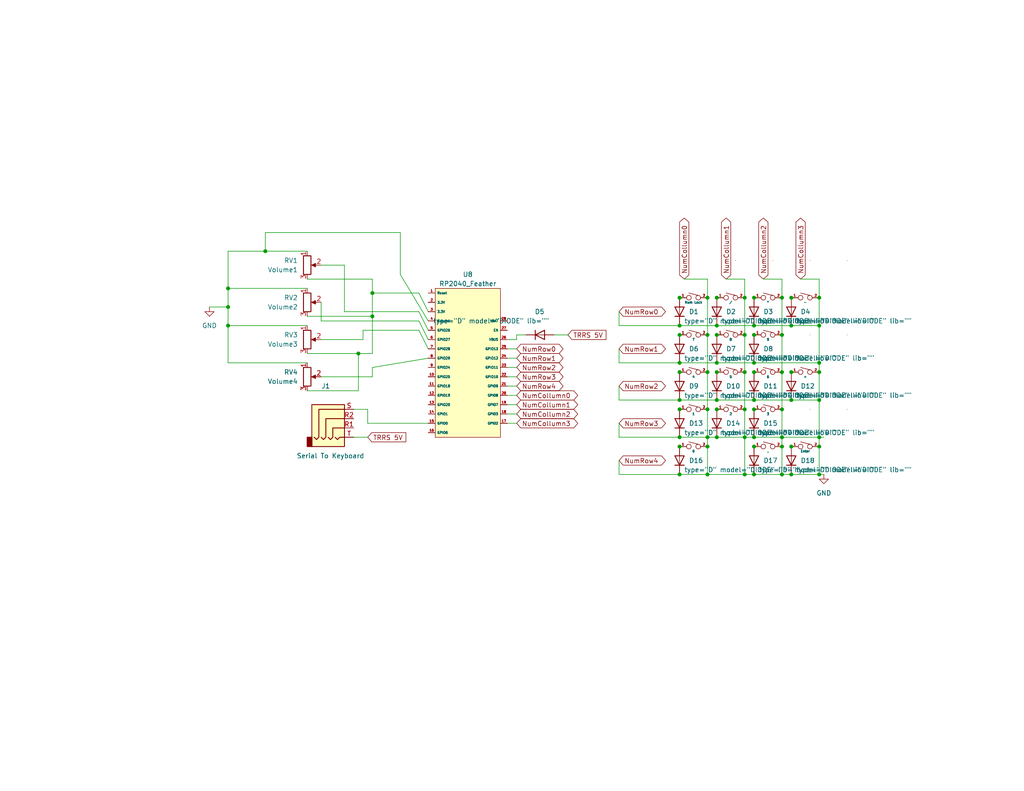
<source format=kicad_sch>
(kicad_sch (version 20211123) (generator eeschema)
  (paper "USLetter")
  (lib_symbols
    (symbol "Connector:AudioJack4"
      (property "Reference" "J" (at 0 8.89 0))
      (property "Value" "AudioJack4" (at 0 6.35 0))
      (symbol "AudioJack4_0_1"
        (rectangle (start -6.35 -5.08) (end -7.62 -7.62) (stroke (width 0.254)) (fill (type outline)))
        (polyline (pts (xy 0 -5.08) (xy 0.635 -5.715) (xy 1.27 -5.08) (xy 2.54 -5.08)) (stroke (width 0.254)))
        (polyline (pts (xy -5.715 -5.08) (xy -5.08 -5.715) (xy -4.445 -5.08) (xy -4.445 2.54) (xy 2.54 2.54)) (stroke (width 0.254)))
        (polyline (pts (xy -1.905 -5.08) (xy -1.27 -5.715) (xy -0.635 -5.08) (xy -0.635 -2.54) (xy 2.54 -2.54)) (stroke (width 0.254)))
        (polyline (pts (xy 2.54 0) (xy -2.54 0) (xy -2.54 -5.08) (xy -3.175 -5.715) (xy -3.81 -5.08)) (stroke (width 0.254)))
        (rectangle (start 2.54 3.81) (end -6.35 -7.62) (stroke (width 0.254)) (fill (type background)))
      )
      (symbol "AudioJack4_1_1"
        (pin passive line (at 5.08 -2.54 180) (length 2.54) (name "~") (number "R1"))
        (pin passive line (at 5.08 0 180) (length 2.54) (name "~") (number "R2"))
        (pin passive line (at 5.08 2.54 180) (length 2.54) (name "~") (number "S"))
        (pin passive line (at 5.08 -5.08 180) (length 2.54) (name "~") (number "T"))
      )
    )
    (symbol "Device:R_Potentiometer" (pin_names (offset 1.016) hide)
      (property "Reference" "RV" (at -4.445 0 90))
      (property "Value" "R_Potentiometer" (at -2.54 0 90))
      (symbol "R_Potentiometer_0_1"
        (polyline (pts (xy 2.54 0) (xy 1.524 0)))
        (polyline (pts (xy 1.143 0) (xy 2.286 0.508) (xy 2.286 -0.508) (xy 1.143 0)) (fill (type outline)))
        (rectangle (start 1.016 2.54) (end -1.016 -2.54) (stroke (width 0.254)))
      )
      (symbol "R_Potentiometer_1_1"
        (pin passive line (at 0 3.81 270) (length 1.27) (name "1") (number "1"))
        (pin passive line (at 3.81 0 180) (length 1.27) (name "2") (number "2"))
        (pin passive line (at 0 -3.81 90) (length 1.27) (name "3") (number "3"))
      )
    )
    (symbol "Simulation_SPICE:DIODE" (pin_numbers hide) (pin_names (offset 1.016) hide)
      (property "Reference" "D" (at 0 2.54 0))
      (property "Value" "DIODE" (at 0 -2.54 0))
      (symbol "DIODE_0_1"
        (polyline (pts (xy 1.27 0) (xy -1.27 0)))
        (polyline (pts (xy 1.27 1.27) (xy 1.27 -1.27)) (stroke (width 0.254)))
        (polyline (pts (xy -1.27 -1.27) (xy -1.27 1.27) (xy 1.27 0) (xy -1.27 -1.27)) (stroke (width 0.254)))
      )
      (symbol "DIODE_1_1"
        (pin passive line (at -3.81 0 0) (length 2.54) (name "A") (number "1"))
        (pin passive line (at 3.81 0 180) (length 2.54) (name "K") (number "2"))
      )
    )
    (symbol "Super95Symbols:Kailh_Choc_V2"
      (property "Value" "Kailh_Choc_V2" (at 0 -1.27 0))
      (symbol "Kailh_Choc_V2_0_1"
        (circle (center -1.27 0) (radius 0.635))
        (polyline (pts (xy 1.27 0.635) (xy -1.27 1.27)))
        (circle (center 1.27 0) (radius 0.635))
        (rectangle (start 11.43 10.16) (end 11.43 10.16))
      )
      (symbol "Kailh_Choc_V2_1_1"
        (pin bidirectional line (at -3.81 0 0) (length 1.9) (name "") (number "1"))
        (pin bidirectional line (at 3.81 0 180) (length 1.9) (name "") (number "2"))
      )
    )
    (symbol "Super95Symbols:RP2040_Feather"
      (property "Reference" "U" (at 0 24.765 0))
      (property "Value" "RP2040_Feather" (at 0 22.86 0))
      (symbol "RP2040_Feather_0_1"
        (rectangle (start -9.525 21.59) (end 8.255 -19.05) (fill (type background)))
      )
      (symbol "RP2040_Feather_1_1"
        (pin bidirectional line (at -11.43 20.32 0) (length 1.9) (name "Reset") (number "1"))
        (pin bidirectional line (at -11.43 -2.54 0) (length 1.9) (name "GPIO25") (number "10"))
        (pin bidirectional line (at -11.43 -5.08 0) (length 1.9) (name "GPIO18") (number "11"))
        (pin bidirectional line (at -11.43 -7.62 0) (length 1.9) (name "GPIO19") (number "12"))
        (pin bidirectional line (at -11.43 -10.16 0) (length 1.9) (name "GPIO20") (number "13"))
        (pin bidirectional line (at -11.43 -12.7 0) (length 1.9) (name "GPIO1") (number "14"))
        (pin bidirectional line (at -11.43 -15.24 0) (length 1.9) (name "GPIO0") (number "15"))
        (pin bidirectional line (at -11.43 -17.78 0) (length 1.9) (name "GPIO6") (number "16"))
        (pin bidirectional line (at 10.16 -15.24 180) (length 1.9) (name "GPIO2") (number "17"))
        (pin bidirectional line (at 10.16 -12.7 180) (length 1.9) (name "GPIO3") (number "18"))
        (pin bidirectional line (at 10.16 -10.16 180) (length 1.9) (name "GPIO7") (number "19"))
        (pin power_out line (at -11.43 17.78 0) (length 1.9) (name "3.3V") (number "2"))
        (pin bidirectional line (at 10.16 -7.62 180) (length 1.9) (name "GPIO8") (number "20"))
        (pin bidirectional line (at 10.16 -5.08 180) (length 1.9) (name "GPIO9") (number "21"))
        (pin bidirectional line (at 10.16 -2.54 180) (length 1.9) (name "GPIO10") (number "22"))
        (pin bidirectional line (at 10.16 0 180) (length 1.9) (name "GPIO11") (number "23"))
        (pin bidirectional line (at 10.16 2.54 180) (length 1.9) (name "GPIO12") (number "24"))
        (pin bidirectional line (at 10.16 5.08 180) (length 1.9) (name "GPIO13") (number "25"))
        (pin bidirectional line (at 10.16 7.62 180) (length 1.9) (name "VBUS") (number "26"))
        (pin bidirectional line (at 10.16 10.16 180) (length 1.9) (name "EN") (number "27"))
        (pin bidirectional line (at 10.16 12.7 180) (length 1.9) (name "VBAT") (number "28"))
        (pin power_out line (at -11.43 15.24 0) (length 1.9) (name "3.3V") (number "3"))
        (pin output line (at -11.43 12.7 0) (length 1.9) (name "Ground") (number "4"))
        (pin bidirectional line (at -11.43 10.16 0) (length 1.9) (name "GPIO26") (number "5"))
        (pin bidirectional line (at -11.43 7.62 0) (length 1.9) (name "GPIO27") (number "6"))
        (pin bidirectional line (at -11.43 5.08 0) (length 1.9) (name "GPIO28") (number "7"))
        (pin bidirectional line (at -11.43 2.54 0) (length 1.9) (name "GPIO29") (number "8"))
        (pin bidirectional line (at -11.43 0 0) (length 1.9) (name "GPIO24") (number "9"))
      )
    )
    (symbol "power:GND" (power) (pin_names (offset 0))
      (property "Value" "GND" (at 0 -3.81 0))
      (symbol "GND_0_1"
        (polyline (pts (xy 0 0) (xy 0 -1.27) (xy 1.27 -1.27) (xy 0 -2.54) (xy -1.27 -1.27) (xy 0 -1.27)))
      )
      (symbol "GND_1_1"
        (pin power_in line (at 0 0 270) (length 0) hide (name "GND") (number "1"))
      )
    )
  )
  (junction (at 97.79 96.52))
  (junction (at 62.23 88.9))
  (junction (at 195.58 101.6))
  (junction (at 205.74 81.28))
  (junction (at 205.74 119.38))
  (junction (at 213.36 121.92))
  (junction (at 193.04 81.28))
  (junction (at 223.52 129.54))
  (junction (at 223.52 99.06))
  (junction (at 185.42 99.06))
  (junction (at 101.6 80.01))
  (junction (at 185.42 109.22))
  (junction (at 195.58 81.28))
  (junction (at 205.74 91.44))
  (junction (at 213.36 129.54))
  (junction (at 193.04 119.38))
  (junction (at 215.9 121.92))
  (junction (at 193.04 101.6))
  (junction (at 203.2 129.54))
  (junction (at 195.58 91.44))
  (junction (at 62.23 78.74))
  (junction (at 203.2 111.76))
  (junction (at 223.52 81.28))
  (junction (at 213.36 81.28))
  (junction (at 203.2 91.44))
  (junction (at 205.74 109.22))
  (junction (at 213.36 111.76))
  (junction (at 203.2 101.6))
  (junction (at 215.9 109.22))
  (junction (at 205.74 121.92))
  (junction (at 195.58 111.76))
  (junction (at 185.42 119.38))
  (junction (at 195.58 119.38))
  (junction (at 195.58 88.9))
  (junction (at 205.74 111.76))
  (junction (at 223.52 101.6))
  (junction (at 195.58 109.22))
  (junction (at 185.42 88.9))
  (junction (at 193.04 121.92))
  (junction (at 213.36 91.44))
  (junction (at 205.74 101.6))
  (junction (at 185.42 81.28))
  (junction (at 205.74 129.54))
  (junction (at 205.74 88.9))
  (junction (at 101.6 86.36))
  (junction (at 215.9 81.28))
  (junction (at 195.58 99.06))
  (junction (at 72.39 68.58))
  (junction (at 215.9 101.6))
  (junction (at 62.23 83.82))
  (junction (at 215.9 129.54))
  (junction (at 203.2 81.28))
  (junction (at 205.74 99.06))
  (junction (at 193.04 129.54))
  (junction (at 223.52 121.92))
  (junction (at 223.52 109.22))
  (junction (at 185.42 121.92))
  (junction (at 213.36 119.38))
  (junction (at 185.42 91.44))
  (junction (at 185.42 101.6))
  (junction (at 223.52 88.9))
  (junction (at 193.04 111.76))
  (junction (at 215.9 88.9))
  (junction (at 185.42 129.54))
  (junction (at 213.36 101.6))
  (junction (at 223.52 119.38))
  (junction (at 203.2 119.38))
  (junction (at 185.42 111.76))
  (junction (at 193.04 91.44))
  (wire (pts (xy 114.3 85.09) (xy 116.84 90.17)))
  (wire (pts (xy 83.82 96.52) (xy 97.79 96.52)))
  (wire (pts (xy 205.74 101.6) (xy 207.01 101.6)))
  (wire (pts (xy 114.3 87.63) (xy 116.84 92.71)))
  (wire (pts (xy 62.23 68.58) (xy 62.23 78.74)))
  (wire (pts (xy 140.97 91.44) (xy 140.97 92.71)))
  (wire (pts (xy 116.84 115.57) (xy 100.33 115.57)))
  (wire (pts (xy 93.98 85.09) (xy 93.98 72.39)))
  (wire (pts (xy 185.42 88.9) (xy 195.58 88.9)))
  (wire (pts (xy 168.91 99.06) (xy 185.42 99.06)))
  (wire (pts (xy 100.33 111.76) (xy 96.52 111.76)))
  (wire (pts (xy 193.04 111.76) (xy 193.04 119.38)))
  (wire (pts (xy 223.52 81.28) (xy 223.52 88.9)))
  (wire (pts (xy 195.58 101.6) (xy 196.85 101.6)))
  (wire (pts (xy 62.23 88.9) (xy 62.23 99.06)))
  (wire (pts (xy 203.2 91.44) (xy 203.2 101.6)))
  (wire (pts (xy 223.52 76.2) (xy 223.52 81.28)))
  (wire (pts (xy 218.44 76.2) (xy 223.52 76.2)))
  (wire (pts (xy 62.23 99.06) (xy 83.82 99.06)))
  (wire (pts (xy 114.3 90.17) (xy 116.84 95.25)))
  (wire (pts (xy 205.74 119.38) (xy 213.36 119.38)))
  (wire (pts (xy 195.58 91.44) (xy 196.85 91.44)))
  (wire (pts (xy 193.04 76.2) (xy 193.04 81.28)))
  (wire (pts (xy 87.63 87.63) (xy 114.3 87.63)))
  (wire (pts (xy 205.74 111.76) (xy 207.01 111.76)))
  (wire (pts (xy 168.91 88.9) (xy 168.91 85.09)))
  (wire (pts (xy 205.74 88.9) (xy 215.9 88.9)))
  (wire (pts (xy 168.91 88.9) (xy 185.42 88.9)))
  (wire (pts (xy 168.91 99.06) (xy 168.91 95.25)))
  (wire (pts (xy 213.36 101.6) (xy 213.36 111.76)))
  (wire (pts (xy 62.23 88.9) (xy 83.82 88.9)))
  (wire (pts (xy 205.74 81.28) (xy 207.01 81.28)))
  (wire (pts (xy 185.42 101.6) (xy 186.69 101.6)))
  (wire (pts (xy 213.36 119.38) (xy 213.36 121.92)))
  (wire (pts (xy 87.63 87.63) (xy 87.63 82.55)))
  (wire (pts (xy 138.43 110.49) (xy 140.97 110.49)))
  (wire (pts (xy 195.58 99.06) (xy 205.74 99.06)))
  (wire (pts (xy 101.6 80.01) (xy 101.6 86.36)))
  (wire (pts (xy 215.9 129.54) (xy 223.52 129.54)))
  (wire (pts (xy 101.6 80.01) (xy 114.3 80.01)))
  (wire (pts (xy 114.3 85.09) (xy 93.98 85.09)))
  (wire (pts (xy 185.42 91.44) (xy 186.69 91.44)))
  (wire (pts (xy 203.2 81.28) (xy 203.2 91.44)))
  (wire (pts (xy 109.22 74.93) (xy 116.84 87.63)))
  (wire (pts (xy 83.82 76.2) (xy 101.6 76.2)))
  (wire (pts (xy 198.12 76.2) (xy 203.2 76.2)))
  (wire (pts (xy 168.91 119.38) (xy 185.42 119.38)))
  (wire (pts (xy 205.74 129.54) (xy 213.36 129.54)))
  (wire (pts (xy 62.23 83.82) (xy 62.23 88.9)))
  (wire (pts (xy 87.63 92.71) (xy 99.06 92.71)))
  (wire (pts (xy 223.52 88.9) (xy 223.52 99.06)))
  (wire (pts (xy 186.69 76.2) (xy 193.04 76.2)))
  (wire (pts (xy 138.43 105.41) (xy 140.97 105.41)))
  (wire (pts (xy 138.43 115.57) (xy 140.97 115.57)))
  (wire (pts (xy 215.9 101.6) (xy 217.17 101.6)))
  (wire (pts (xy 62.23 83.82) (xy 57.15 83.82)))
  (wire (pts (xy 97.79 96.52) (xy 97.79 106.68)))
  (wire (pts (xy 215.9 81.28) (xy 217.17 81.28)))
  (wire (pts (xy 168.91 119.38) (xy 168.91 115.57)))
  (wire (pts (xy 168.91 129.54) (xy 168.91 125.73)))
  (wire (pts (xy 223.52 129.54) (xy 224.79 129.54)))
  (wire (pts (xy 203.2 129.54) (xy 205.74 129.54)))
  (wire (pts (xy 203.2 111.76) (xy 203.2 119.38)))
  (wire (pts (xy 62.23 78.74) (xy 83.82 78.74)))
  (wire (pts (xy 83.82 68.58) (xy 72.39 68.58)))
  (wire (pts (xy 185.42 129.54) (xy 193.04 129.54)))
  (wire (pts (xy 193.04 121.92) (xy 193.04 129.54)))
  (wire (pts (xy 185.42 99.06) (xy 195.58 99.06)))
  (wire (pts (xy 193.04 119.38) (xy 193.04 121.92)))
  (wire (pts (xy 193.04 119.38) (xy 195.58 119.38)))
  (wire (pts (xy 109.22 63.5) (xy 109.22 74.93)))
  (wire (pts (xy 203.2 101.6) (xy 203.2 111.76)))
  (wire (pts (xy 205.74 91.44) (xy 207.01 91.44)))
  (wire (pts (xy 138.43 95.25) (xy 140.97 95.25)))
  (wire (pts (xy 97.79 96.52) (xy 101.6 96.52)))
  (wire (pts (xy 223.52 121.92) (xy 223.52 129.54)))
  (wire (pts (xy 168.91 109.22) (xy 168.91 105.41)))
  (wire (pts (xy 109.22 63.5) (xy 72.39 63.5)))
  (wire (pts (xy 203.2 76.2) (xy 203.2 81.28)))
  (wire (pts (xy 96.52 119.38) (xy 100.33 119.38)))
  (wire (pts (xy 116.84 97.79) (xy 101.6 100.33)))
  (wire (pts (xy 114.3 80.01) (xy 116.84 85.09)))
  (wire (pts (xy 195.58 88.9) (xy 205.74 88.9)))
  (wire (pts (xy 100.33 115.57) (xy 100.33 111.76)))
  (wire (pts (xy 215.9 109.22) (xy 223.52 109.22)))
  (wire (pts (xy 101.6 86.36) (xy 101.6 96.52)))
  (wire (pts (xy 223.52 101.6) (xy 223.52 109.22)))
  (wire (pts (xy 93.98 72.39) (xy 87.63 72.39)))
  (wire (pts (xy 143.51 91.44) (xy 140.97 91.44)))
  (wire (pts (xy 205.74 99.06) (xy 223.52 99.06)))
  (wire (pts (xy 195.58 119.38) (xy 203.2 119.38)))
  (wire (pts (xy 213.36 121.92) (xy 213.36 129.54)))
  (wire (pts (xy 83.82 86.36) (xy 101.6 86.36)))
  (wire (pts (xy 215.9 121.92) (xy 217.17 121.92)))
  (wire (pts (xy 193.04 101.6) (xy 193.04 111.76)))
  (wire (pts (xy 223.52 119.38) (xy 224.79 119.38)))
  (wire (pts (xy 185.42 111.76) (xy 186.69 111.76)))
  (wire (pts (xy 185.42 109.22) (xy 195.58 109.22)))
  (wire (pts (xy 195.58 111.76) (xy 196.85 111.76)))
  (wire (pts (xy 168.91 109.22) (xy 185.42 109.22)))
  (wire (pts (xy 138.43 107.95) (xy 140.97 107.95)))
  (wire (pts (xy 138.43 113.03) (xy 140.97 113.03)))
  (wire (pts (xy 193.04 81.28) (xy 193.04 91.44)))
  (wire (pts (xy 223.52 109.22) (xy 223.52 119.38)))
  (wire (pts (xy 185.42 81.28) (xy 186.69 81.28)))
  (wire (pts (xy 138.43 100.33) (xy 140.97 100.33)))
  (wire (pts (xy 213.36 129.54) (xy 215.9 129.54)))
  (wire (pts (xy 101.6 76.2) (xy 101.6 80.01)))
  (wire (pts (xy 151.13 91.44) (xy 154.94 91.44)))
  (wire (pts (xy 114.3 90.17) (xy 99.06 90.17)))
  (wire (pts (xy 101.6 100.33) (xy 101.6 102.87)))
  (wire (pts (xy 205.74 121.92) (xy 207.01 121.92)))
  (wire (pts (xy 223.52 119.38) (xy 223.52 121.92)))
  (wire (pts (xy 185.42 119.38) (xy 193.04 119.38)))
  (wire (pts (xy 185.42 121.92) (xy 186.69 121.92)))
  (wire (pts (xy 215.9 88.9) (xy 223.52 88.9)))
  (wire (pts (xy 213.36 119.38) (xy 223.52 119.38)))
  (wire (pts (xy 195.58 81.28) (xy 196.85 81.28)))
  (wire (pts (xy 101.6 102.87) (xy 87.63 102.87)))
  (wire (pts (xy 62.23 78.74) (xy 62.23 83.82)))
  (wire (pts (xy 195.58 109.22) (xy 205.74 109.22)))
  (wire (pts (xy 138.43 102.87) (xy 140.97 102.87)))
  (wire (pts (xy 72.39 63.5) (xy 72.39 68.58)))
  (wire (pts (xy 138.43 97.79) (xy 140.97 97.79)))
  (wire (pts (xy 168.91 129.54) (xy 185.42 129.54)))
  (wire (pts (xy 138.43 92.71) (xy 140.97 92.71)))
  (wire (pts (xy 203.2 119.38) (xy 205.74 119.38)))
  (wire (pts (xy 213.36 76.2) (xy 213.36 81.28)))
  (wire (pts (xy 205.74 109.22) (xy 215.9 109.22)))
  (wire (pts (xy 213.36 91.44) (xy 213.36 101.6)))
  (wire (pts (xy 72.39 68.58) (xy 62.23 68.58)))
  (wire (pts (xy 99.06 90.17) (xy 99.06 92.71)))
  (wire (pts (xy 223.52 99.06) (xy 223.52 101.6)))
  (wire (pts (xy 193.04 91.44) (xy 193.04 101.6)))
  (wire (pts (xy 213.36 111.76) (xy 213.36 119.38)))
  (wire (pts (xy 208.28 76.2) (xy 213.36 76.2)))
  (wire (pts (xy 83.82 106.68) (xy 97.79 106.68)))
  (wire (pts (xy 193.04 129.54) (xy 203.2 129.54)))
  (wire (pts (xy 203.2 119.38) (xy 203.2 129.54)))
  (wire (pts (xy 213.36 81.28) (xy 213.36 91.44)))
  (global_label "NumRow2" (shape bidirectional) (at 168.91 105.41 0) (property "Intersheet References" "${INTERSHEET_REFS}" (effects hide)))
  (global_label "NumRow3" (shape bidirectional) (at 140.97 102.87 0) (property "Intersheet References" "${INTERSHEET_REFS}" (effects hide)))
  (global_label "NumRow0" (shape bidirectional) (at 140.97 95.25 0) (property "Intersheet References" "${INTERSHEET_REFS}" (effects hide)))
  (global_label "NumCollumn0" (shape bidirectional) (at 186.69 76.2 90) (property "Intersheet References" "${INTERSHEET_REFS}" (effects hide)))
  (global_label "NumCollumn1" (shape bidirectional) (at 198.12 76.2 90) (property "Intersheet References" "${INTERSHEET_REFS}" (effects hide)))
  (global_label "TRRS 5V" (shape input) (at 154.94 91.44 0) (property "Intersheet References" "${INTERSHEET_REFS}" (effects hide)))
  (global_label "TRRS 5V" (shape input) (at 100.33 119.38 0) (property "Intersheet References" "${INTERSHEET_REFS}" (effects hide)))
  (global_label "NumCollumn3" (shape bidirectional) (at 218.44 76.2 90) (property "Intersheet References" "${INTERSHEET_REFS}" (effects hide)))
  (global_label "NumCollumn2" (shape bidirectional) (at 140.97 113.03 0) (property "Intersheet References" "${INTERSHEET_REFS}" (effects hide)))
  (global_label "NumRow4" (shape bidirectional) (at 168.91 125.73 0) (property "Intersheet References" "${INTERSHEET_REFS}" (effects hide)))
  (global_label "NumRow0" (shape bidirectional) (at 168.91 85.09 0) (property "Intersheet References" "${INTERSHEET_REFS}" (effects hide)))
  (global_label "NumRow3" (shape bidirectional) (at 168.91 115.57 0) (property "Intersheet References" "${INTERSHEET_REFS}" (effects hide)))
  (global_label "NumCollumn2" (shape bidirectional) (at 208.28 76.2 90) (property "Intersheet References" "${INTERSHEET_REFS}" (effects hide)))
  (global_label "NumRow4" (shape bidirectional) (at 140.97 105.41 0) (property "Intersheet References" "${INTERSHEET_REFS}" (effects hide)))
  (global_label "NumCollumn1" (shape bidirectional) (at 140.97 110.49 0) (property "Intersheet References" "${INTERSHEET_REFS}" (effects hide)))
  (global_label "NumCollumn3" (shape bidirectional) (at 140.97 115.57 0) (property "Intersheet References" "${INTERSHEET_REFS}" (effects hide)))
  (global_label "NumRow1" (shape bidirectional) (at 140.97 97.79 0) (property "Intersheet References" "${INTERSHEET_REFS}" (effects hide)))
  (global_label "NumRow1" (shape bidirectional) (at 168.91 95.25 0) (property "Intersheet References" "${INTERSHEET_REFS}" (effects hide)))
  (global_label "NumRow2" (shape bidirectional) (at 140.97 100.33 0) (property "Intersheet References" "${INTERSHEET_REFS}" (effects hide)))
  (global_label "NumCollumn0" (shape bidirectional) (at 140.97 107.95 0) (property "Intersheet References" "${INTERSHEET_REFS}" (effects hide)))
  (symbol (lib_id "Simulation_SPICE:DIODE") (at 205.74 85.09 270) (unit 1)
    (property "Reference" "D3" (at 208.28 85.09 90) (effects (justify left)))
    (property "Value" "DIODE" (at 207.01 87.63 90) (effects (justify left)))
    (property "Footprint" "Diode_SMD:D_0805_2012Metric_Pad1.15x1.40mm_HandSolder" (effects hide))
    (property "Spice_Netlist_Enabled" "Y" (effects hide))
    (property "Spice_Primitive" "D" (effects hide))
  )
  (symbol (lib_id "Super95Symbols:Kailh_Choc_V2") (at 199.39 91.44 0) (unit 1)
    (property "Reference" "U6" (effects hide))
    (property "Value" "8" (at 199.39 92.71 0) (effects (font (size 0.635 0.635))))
    (property "Footprint" "Button_Switch_Keyboard:SW_Cherry_MX_1.00u_PCB" (effects hide))
    (property "Datasheet" "https://www.kailhswitch.com/Content/upload/pdf/202015927/PG135301D03.pdf?rnd=797" (effects hide))
  )
  (symbol (lib_id "Super95Symbols:Kailh_Choc_V2") (at 209.55 91.44 0) (unit 1)
    (property "Reference" "U7" (effects hide))
    (property "Value" "9" (at 209.55 92.71 0) (effects (font (size 0.635 0.635))))
    (property "Footprint" "Button_Switch_Keyboard:SW_Cherry_MX_1.00u_PCB" (effects hide))
    (property "Datasheet" "https://www.kailhswitch.com/Content/upload/pdf/202015927/PG135301D03.pdf?rnd=797" (effects hide))
  )
  (symbol (lib_id "Simulation_SPICE:DIODE") (at 215.9 105.41 270) (unit 1)
    (property "Reference" "D12" (at 218.44 105.41 90) (effects (justify left)))
    (property "Value" "DIODE" (at 217.17 107.95 90) (effects (justify left)))
    (property "Footprint" "Diode_SMD:D_0805_2012Metric_Pad1.15x1.40mm_HandSolder" (effects hide))
    (property "Spice_Netlist_Enabled" "Y" (effects hide))
    (property "Spice_Primitive" "D" (effects hide))
  )
  (symbol (lib_id "Super95Symbols:Kailh_Choc_V2") (at 219.71 81.28 0) (unit 1)
    (property "Reference" "U4" (effects hide))
    (property "Value" "-" (at 219.71 82.55 0) (effects (font (size 0.635 0.635))))
    (property "Footprint" "Button_Switch_Keyboard:SW_Cherry_MX_1.00u_PCB" (effects hide))
    (property "Datasheet" "https://www.kailhswitch.com/Content/upload/pdf/202015927/PG135301D03.pdf?rnd=797" (effects hide))
  )
  (symbol (lib_id "Super95Symbols:Kailh_Choc_V2") (at 219.71 121.92 0) (unit 1)
    (property "Reference" "U18" (effects hide))
    (property "Value" "Enter" (at 219.71 123.19 0) (effects (font (size 0.635 0.635))))
    (property "Footprint" "Button_Switch_Keyboard:SW_Cherry_MX_1.00u_PCB" (effects hide))
    (property "Datasheet" "https://www.kailhswitch.com/Content/upload/pdf/202015927/PG135301D03.pdf?rnd=797" (effects hide))
  )
  (symbol (lib_id "Simulation_SPICE:DIODE") (at 185.42 115.57 270) (unit 1)
    (property "Reference" "D13" (at 187.96 115.57 90) (effects (justify left)))
    (property "Value" "DIODE" (at 186.69 118.11 90) (effects (justify left)))
    (property "Footprint" "Diode_SMD:D_0805_2012Metric_Pad1.15x1.40mm_HandSolder" (effects hide))
    (property "Spice_Netlist_Enabled" "Y" (effects hide))
    (property "Spice_Primitive" "D" (effects hide))
  )
  (symbol (lib_id "Simulation_SPICE:DIODE") (at 185.42 105.41 270) (unit 1)
    (property "Reference" "D9" (at 187.96 105.41 90) (effects (justify left)))
    (property "Value" "DIODE" (at 186.69 107.95 90) (effects (justify left)))
    (property "Footprint" "Diode_SMD:D_0805_2012Metric_Pad1.15x1.40mm_HandSolder" (effects hide))
    (property "Spice_Netlist_Enabled" "Y" (effects hide))
    (property "Spice_Primitive" "D" (effects hide))
  )
  (symbol (lib_id "Simulation_SPICE:DIODE") (at 205.74 125.73 270) (unit 1)
    (property "Reference" "D17" (at 208.28 125.73 90) (effects (justify left)))
    (property "Value" "DIODE" (at 207.01 128.27 90) (effects (justify left)))
    (property "Footprint" "Diode_SMD:D_0805_2012Metric_Pad1.15x1.40mm_HandSolder" (effects hide))
    (property "Spice_Netlist_Enabled" "Y" (effects hide))
    (property "Spice_Primitive" "D" (effects hide))
  )
  (symbol (lib_id "Super95Symbols:RP2040_Feather") (at 128.27 100.33 0) (unit 1)
    (property "Reference" "U8" (at 127.635 74.93 0))
    (property "Value" "RP2040_Feather" (at 127.635 77.47 0))
    (property "Footprint" "Module:Adafruit_Feather" (effects hide))
  )
  (symbol (lib_id "power:GND") (at 224.79 129.54 0) (unit 1)
    (property "Reference" "#PWR02" (effects hide))
    (property "Value" "GND" (at 224.79 134.62 0))
  )
  (symbol (lib_id "power:GND") (at 57.15 83.82 0) (unit 1)
    (property "Reference" "#PWR01" (effects hide))
    (property "Value" "GND" (at 57.15 88.9 0))
  )
  (symbol (lib_id "Super95Symbols:Kailh_Choc_V2") (at 219.71 101.6 0) (unit 1)
    (property "Reference" "U12" (effects hide))
    (property "Value" "+" (at 219.71 102.87 0) (effects (font (size 0.635 0.635))))
    (property "Footprint" "Button_Switch_Keyboard:SW_Cherry_MX_1.00u_PCB" (effects hide))
    (property "Datasheet" "https://www.kailhswitch.com/Content/upload/pdf/202015927/PG135301D03.pdf?rnd=797" (effects hide))
  )
  (symbol (lib_id "Device:R_Potentiometer") (at 83.82 72.39 0) (unit 1)
    (property "Reference" "RV1" (at 81.28 71.1199 0) (effects (justify right)))
    (property "Value" "Volume1" (at 81.28 73.6599 0) (effects (justify right)))
    (property "Footprint" "Potentiometers:Potentiometer_TT_P0915N" (effects hide))
  )
  (symbol (lib_id "Simulation_SPICE:DIODE") (at 185.42 125.73 270) (unit 1)
    (property "Reference" "D16" (at 187.96 125.73 90) (effects (justify left)))
    (property "Value" "DIODE" (at 186.69 128.27 90) (effects (justify left)))
    (property "Footprint" "Diode_SMD:D_0805_2012Metric_Pad1.15x1.40mm_HandSolder" (effects hide))
    (property "Spice_Netlist_Enabled" "Y" (effects hide))
    (property "Spice_Primitive" "D" (effects hide))
  )
  (symbol (lib_id "Super95Symbols:Kailh_Choc_V2") (at 209.55 121.92 0) (unit 1)
    (property "Reference" "U17" (effects hide))
    (property "Value" "." (at 209.55 123.19 0) (effects (font (size 0.635 0.635))))
    (property "Footprint" "Button_Switch_Keyboard:SW_Cherry_MX_1.00u_PCB" (effects hide))
    (property "Datasheet" "https://www.kailhswitch.com/Content/upload/pdf/202015927/PG135301D03.pdf?rnd=797" (effects hide))
  )
  (symbol (lib_id "Simulation_SPICE:DIODE") (at 195.58 115.57 270) (unit 1)
    (property "Reference" "D14" (at 198.12 115.57 90) (effects (justify left)))
    (property "Value" "DIODE" (at 196.85 118.11 90) (effects (justify left)))
    (property "Footprint" "Diode_SMD:D_0805_2012Metric_Pad1.15x1.40mm_HandSolder" (effects hide))
    (property "Spice_Netlist_Enabled" "Y" (effects hide))
    (property "Spice_Primitive" "D" (effects hide))
  )
  (symbol (lib_id "Super95Symbols:Kailh_Choc_V2") (at 199.39 81.28 0) (unit 1)
    (property "Reference" "U2" (effects hide))
    (property "Value" "/" (at 199.39 82.55 0) (effects (font (size 0.635 0.635))))
    (property "Footprint" "Button_Switch_Keyboard:SW_Cherry_MX_1.00u_PCB" (effects hide))
    (property "Datasheet" "https://www.kailhswitch.com/Content/upload/pdf/202015927/PG135301D03.pdf?rnd=797" (effects hide))
  )
  (symbol (lib_id "Simulation_SPICE:DIODE") (at 205.74 95.25 270) (unit 1)
    (property "Reference" "D8" (at 208.28 95.25 90) (effects (justify left)))
    (property "Value" "DIODE" (at 207.01 97.79 90) (effects (justify left)))
    (property "Footprint" "Diode_SMD:D_0805_2012Metric_Pad1.15x1.40mm_HandSolder" (effects hide))
    (property "Spice_Netlist_Enabled" "Y" (effects hide))
    (property "Spice_Primitive" "D" (effects hide))
  )
  (symbol (lib_id "Super95Symbols:Kailh_Choc_V2") (at 209.55 111.76 0) (unit 1)
    (property "Reference" "U15" (effects hide))
    (property "Value" "3" (at 209.55 113.03 0) (effects (font (size 0.635 0.635))))
    (property "Footprint" "Button_Switch_Keyboard:SW_Cherry_MX_1.00u_PCB" (effects hide))
    (property "Datasheet" "https://www.kailhswitch.com/Content/upload/pdf/202015927/PG135301D03.pdf?rnd=797" (effects hide))
  )
  (symbol (lib_id "Super95Symbols:Kailh_Choc_V2") (at 209.55 81.28 0) (unit 1)
    (property "Reference" "U3" (effects hide))
    (property "Value" "*" (at 209.55 82.55 0) (effects (font (size 0.635 0.635))))
    (property "Footprint" "Button_Switch_Keyboard:SW_Cherry_MX_1.00u_PCB" (effects hide))
    (property "Datasheet" "https://www.kailhswitch.com/Content/upload/pdf/202015927/PG135301D03.pdf?rnd=797" (effects hide))
  )
  (symbol (lib_id "Simulation_SPICE:DIODE") (at 195.58 105.41 270) (unit 1)
    (property "Reference" "D10" (at 198.12 105.41 90) (effects (justify left)))
    (property "Value" "DIODE" (at 196.85 107.95 90) (effects (justify left)))
    (property "Footprint" "Diode_SMD:D_0805_2012Metric_Pad1.15x1.40mm_HandSolder" (effects hide))
    (property "Spice_Netlist_Enabled" "Y" (effects hide))
    (property "Spice_Primitive" "D" (effects hide))
  )
  (symbol (lib_id "Simulation_SPICE:DIODE") (at 215.9 125.73 270) (unit 1)
    (property "Reference" "D18" (at 218.44 125.73 90) (effects (justify left)))
    (property "Value" "DIODE" (at 217.17 128.27 90) (effects (justify left)))
    (property "Footprint" "Diode_SMD:D_0805_2012Metric_Pad1.15x1.40mm_HandSolder" (effects hide))
    (property "Spice_Netlist_Enabled" "Y" (effects hide))
    (property "Spice_Primitive" "D" (effects hide))
  )
  (symbol (lib_id "Super95Symbols:Kailh_Choc_V2") (at 199.39 111.76 0) (unit 1)
    (property "Reference" "U14" (effects hide))
    (property "Value" "2" (at 199.39 113.03 0) (effects (font (size 0.635 0.635))))
    (property "Footprint" "Button_Switch_Keyboard:SW_Cherry_MX_1.00u_PCB" (effects hide))
    (property "Datasheet" "https://www.kailhswitch.com/Content/upload/pdf/202015927/PG135301D03.pdf?rnd=797" (effects hide))
  )
  (symbol (lib_id "Device:R_Potentiometer") (at 83.82 82.55 0) (unit 1)
    (property "Reference" "RV2" (at 81.28 81.2799 0) (effects (justify right)))
    (property "Value" "Volume2" (at 81.28 83.8199 0) (effects (justify right)))
    (property "Footprint" "Potentiometers:Potentiometer_TT_P0915N" (effects hide))
  )
  (symbol (lib_id "Simulation_SPICE:DIODE") (at 205.74 115.57 270) (unit 1)
    (property "Reference" "D15" (at 208.28 115.57 90) (effects (justify left)))
    (property "Value" "DIODE" (at 207.01 118.11 90) (effects (justify left)))
    (property "Footprint" "Diode_SMD:D_0805_2012Metric_Pad1.15x1.40mm_HandSolder" (effects hide))
    (property "Spice_Netlist_Enabled" "Y" (effects hide))
    (property "Spice_Primitive" "D" (effects hide))
  )
  (symbol (lib_id "Simulation_SPICE:DIODE") (at 185.42 95.25 270) (unit 1)
    (property "Reference" "D6" (at 187.96 95.25 90) (effects (justify left)))
    (property "Value" "DIODE" (at 186.69 97.79 90) (effects (justify left)))
    (property "Footprint" "Diode_SMD:D_0805_2012Metric_Pad1.15x1.40mm_HandSolder" (effects hide))
    (property "Spice_Netlist_Enabled" "Y" (effects hide))
    (property "Spice_Primitive" "D" (effects hide))
  )
  (symbol (lib_id "Simulation_SPICE:DIODE") (at 195.58 95.25 270) (unit 1)
    (property "Reference" "D7" (at 198.12 95.25 90) (effects (justify left)))
    (property "Value" "DIODE" (at 196.85 97.79 90) (effects (justify left)))
    (property "Footprint" "Diode_SMD:D_0805_2012Metric_Pad1.15x1.40mm_HandSolder" (effects hide))
    (property "Spice_Netlist_Enabled" "Y" (effects hide))
    (property "Spice_Primitive" "D" (effects hide))
  )
  (symbol (lib_id "Super95Symbols:Kailh_Choc_V2") (at 209.55 101.6 0) (unit 1)
    (property "Reference" "U11" (effects hide))
    (property "Value" "6" (at 209.55 102.87 0) (effects (font (size 0.635 0.635))))
    (property "Footprint" "Button_Switch_Keyboard:SW_Cherry_MX_1.00u_PCB" (effects hide))
    (property "Datasheet" "https://www.kailhswitch.com/Content/upload/pdf/202015927/PG135301D03.pdf?rnd=797" (effects hide))
  )
  (symbol (lib_id "Simulation_SPICE:DIODE") (at 195.58 85.09 270) (unit 1)
    (property "Reference" "D2" (at 198.12 85.09 90) (effects (justify left)))
    (property "Value" "DIODE" (at 196.85 87.63 90) (effects (justify left)))
    (property "Footprint" "Diode_SMD:D_0805_2012Metric_Pad1.15x1.40mm_HandSolder" (effects hide))
    (property "Spice_Netlist_Enabled" "Y" (effects hide))
    (property "Spice_Primitive" "D" (effects hide))
  )
  (symbol (lib_id "Simulation_SPICE:DIODE") (at 205.74 105.41 270) (unit 1)
    (property "Reference" "D11" (at 208.28 105.41 90) (effects (justify left)))
    (property "Value" "DIODE" (at 207.01 107.95 90) (effects (justify left)))
    (property "Footprint" "Diode_SMD:D_0805_2012Metric_Pad1.15x1.40mm_HandSolder" (effects hide))
    (property "Spice_Netlist_Enabled" "Y" (effects hide))
    (property "Spice_Primitive" "D" (effects hide))
  )
  (symbol (lib_id "Simulation_SPICE:DIODE") (at 147.32 91.44 180) (unit 1)
    (property "Reference" "D5" (at 148.59 85.09 0) (effects (justify left)))
    (property "Value" "DIODE" (at 149.86 87.63 0) (effects (justify left)))
    (property "Footprint" "Diode_SMD:D_0805_2012Metric_Pad1.15x1.40mm_HandSolder" (effects hide))
    (property "Spice_Netlist_Enabled" "Y" (effects hide))
    (property "Spice_Primitive" "D" (effects hide))
  )
  (symbol (lib_id "Super95Symbols:Kailh_Choc_V2") (at 189.23 91.44 0) (unit 1)
    (property "Reference" "U5" (effects hide))
    (property "Value" "7" (at 189.23 92.71 0) (effects (font (size 0.635 0.635))))
    (property "Footprint" "Button_Switch_Keyboard:SW_Cherry_MX_1.00u_PCB" (effects hide))
    (property "Datasheet" "https://www.kailhswitch.com/Content/upload/pdf/202015927/PG135301D03.pdf?rnd=797" (effects hide))
  )
  (symbol (lib_id "Super95Symbols:Kailh_Choc_V2") (at 199.39 101.6 0) (unit 1)
    (property "Reference" "U10" (effects hide))
    (property "Value" "5" (at 199.39 102.87 0) (effects (font (size 0.635 0.635))))
    (property "Footprint" "Button_Switch_Keyboard:SW_Cherry_MX_1.00u_PCB" (effects hide))
    (property "Datasheet" "https://www.kailhswitch.com/Content/upload/pdf/202015927/PG135301D03.pdf?rnd=797" (effects hide))
  )
  (symbol (lib_id "Super95Symbols:Kailh_Choc_V2") (at 189.23 121.92 0) (unit 1)
    (property "Reference" "U16" (effects hide))
    (property "Value" "0" (at 189.23 123.19 0) (effects (font (size 0.635 0.635))))
    (property "Footprint" "Button_Switch_Keyboard:SW_Cherry_MX_1.00u_PCB" (effects hide))
    (property "Datasheet" "https://www.kailhswitch.com/Content/upload/pdf/202015927/PG135301D03.pdf?rnd=797" (effects hide))
  )
  (symbol (lib_id "Simulation_SPICE:DIODE") (at 185.42 85.09 270) (unit 1)
    (property "Reference" "D1" (at 187.96 85.09 90) (effects (justify left)))
    (property "Value" "DIODE" (at 186.69 87.63 90) (effects (justify left)))
    (property "Footprint" "Diode_SMD:D_0805_2012Metric_Pad1.15x1.40mm_HandSolder" (effects hide))
    (property "Spice_Netlist_Enabled" "Y" (effects hide))
    (property "Spice_Primitive" "D" (effects hide))
  )
  (symbol (lib_id "Simulation_SPICE:DIODE") (at 215.9 85.09 270) (unit 1)
    (property "Reference" "D4" (at 218.44 85.09 90) (effects (justify left)))
    (property "Value" "DIODE" (at 217.17 87.63 90) (effects (justify left)))
    (property "Footprint" "Diode_SMD:D_0805_2012Metric_Pad1.15x1.40mm_HandSolder" (effects hide))
    (property "Spice_Netlist_Enabled" "Y" (effects hide))
    (property "Spice_Primitive" "D" (effects hide))
  )
  (symbol (lib_id "Connector:AudioJack4") (at 91.44 114.3 0) (unit 1)
    (property "Reference" "J1" (at 88.9 105.41 0))
    (property "Value" "Serial To Keyboard" (at 90.17 124.46 0))
    (property "Footprint" "Super95Footprints:Jack_3.5mm_CUI_SJ1-3533NG_Horizontal" (effects hide))
  )
  (symbol (lib_id "Super95Symbols:Kailh_Choc_V2") (at 189.23 111.76 0) (unit 1)
    (property "Reference" "U13" (effects hide))
    (property "Value" "1" (at 189.23 113.03 0) (effects (font (size 0.635 0.635))))
    (property "Footprint" "Button_Switch_Keyboard:SW_Cherry_MX_1.00u_PCB" (effects hide))
    (property "Datasheet" "https://www.kailhswitch.com/Content/upload/pdf/202015927/PG135301D03.pdf?rnd=797" (effects hide))
  )
  (symbol (lib_id "Super95Symbols:Kailh_Choc_V2") (at 189.23 101.6 0) (unit 1)
    (property "Reference" "U9" (effects hide))
    (property "Value" "4" (at 189.23 102.87 0) (effects (font (size 0.635 0.635))))
    (property "Footprint" "Button_Switch_Keyboard:SW_Cherry_MX_1.00u_PCB" (effects hide))
    (property "Datasheet" "https://www.kailhswitch.com/Content/upload/pdf/202015927/PG135301D03.pdf?rnd=797" (effects hide))
  )
  (symbol (lib_id "Super95Symbols:Kailh_Choc_V2") (at 189.23 81.28 0) (unit 1)
    (property "Reference" "U1" (effects hide))
    (property "Value" "Num Lock" (at 189.23 82.55 0) (effects (font (size 0.635 0.635))))
    (property "Footprint" "Button_Switch_Keyboard:SW_Cherry_MX_1.00u_PCB" (effects hide))
    (property "Datasheet" "https://www.kailhswitch.com/Content/upload/pdf/202015927/PG135301D03.pdf?rnd=797" (effects hide))
  )
  (symbol (lib_id "Device:R_Potentiometer") (at 83.82 102.87 0) (unit 1)
    (property "Reference" "RV4" (at 81.28 101.5999 0) (effects (justify right)))
    (property "Value" "Volume4" (at 81.28 104.1399 0) (effects (justify right)))
    (property "Footprint" "Potentiometers:Potentiometer_TT_P0915N" (effects hide))
  )
  (symbol (lib_id "Device:R_Potentiometer") (at 83.82 92.71 0) (unit 1)
    (property "Reference" "RV3" (at 81.28 91.4399 0) (effects (justify right)))
    (property "Value" "Volume3" (at 81.28 93.9799 0) (effects (justify right)))
    (property "Footprint" "Potentiometers:Potentiometer_TT_P0915N" (effects hide))
  )
)
</source>
